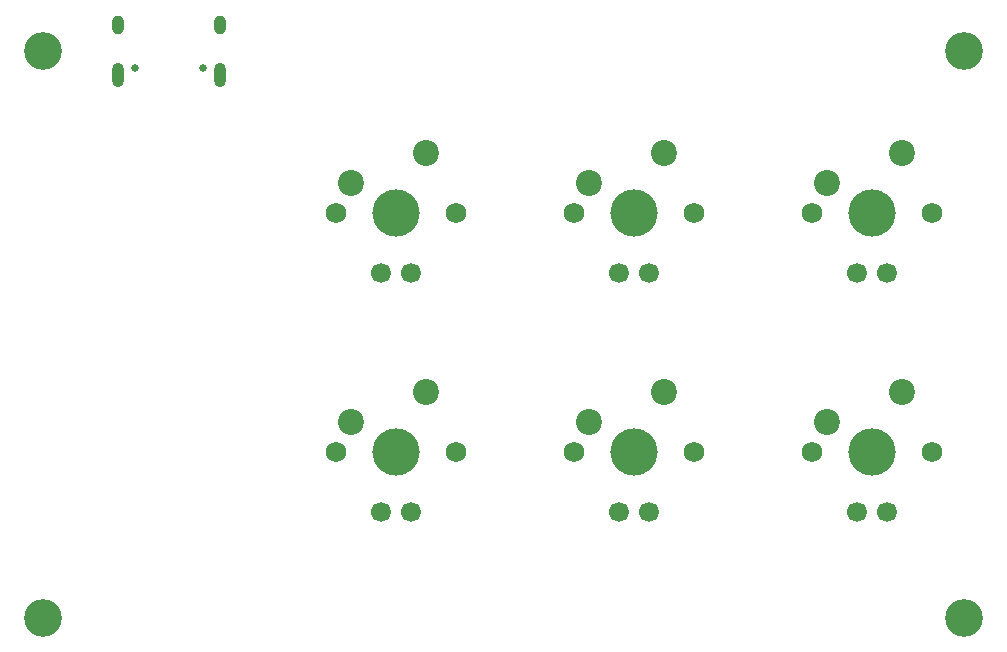
<source format=gbr>
%TF.GenerationSoftware,KiCad,Pcbnew,5.1.10*%
%TF.CreationDate,2021-10-11T19:57:22-04:00*%
%TF.ProjectId,6_key_macro,365f6b65-795f-46d6-9163-726f2e6b6963,rev?*%
%TF.SameCoordinates,Original*%
%TF.FileFunction,Soldermask,Bot*%
%TF.FilePolarity,Negative*%
%FSLAX46Y46*%
G04 Gerber Fmt 4.6, Leading zero omitted, Abs format (unit mm)*
G04 Created by KiCad (PCBNEW 5.1.10) date 2021-10-11 19:57:22*
%MOMM*%
%LPD*%
G01*
G04 APERTURE LIST*
%ADD10C,1.690600*%
%ADD11C,2.200000*%
%ADD12C,1.750000*%
%ADD13C,4.000000*%
%ADD14C,3.200000*%
%ADD15O,1.000000X2.100000*%
%ADD16C,0.650000*%
%ADD17O,1.000000X1.600000*%
G04 APERTURE END LIST*
D10*
%TO.C,SW4*%
X110805000Y-157525000D03*
X108265000Y-157525000D03*
D11*
X112075000Y-147365000D03*
X105725000Y-149905000D03*
D12*
X114615000Y-152445000D03*
X104455000Y-152445000D03*
D13*
X109535000Y-152445000D03*
%TD*%
D10*
%TO.C,SW3*%
X110805000Y-137355000D03*
X108265000Y-137355000D03*
D11*
X112075000Y-127195000D03*
X105725000Y-129735000D03*
D12*
X114615000Y-132275000D03*
X104455000Y-132275000D03*
D13*
X109535000Y-132275000D03*
%TD*%
D10*
%TO.C,SW5*%
X130975000Y-137355000D03*
X128435000Y-137355000D03*
D11*
X132245000Y-127195000D03*
X125895000Y-129735000D03*
D12*
X134785000Y-132275000D03*
X124625000Y-132275000D03*
D13*
X129705000Y-132275000D03*
%TD*%
D10*
%TO.C,SW6*%
X130975000Y-157525000D03*
X128435000Y-157525000D03*
D11*
X132245000Y-147365000D03*
X125895000Y-149905000D03*
D12*
X134785000Y-152445000D03*
X124625000Y-152445000D03*
D13*
X129705000Y-152445000D03*
%TD*%
D10*
%TO.C,SW2*%
X90635000Y-157525000D03*
X88095000Y-157525000D03*
D11*
X91905000Y-147365000D03*
X85555000Y-149905000D03*
D12*
X94445000Y-152445000D03*
X84285000Y-152445000D03*
D13*
X89365000Y-152445000D03*
%TD*%
D10*
%TO.C,SW1*%
X90635000Y-137355000D03*
X88095000Y-137355000D03*
D11*
X91905000Y-127195000D03*
X85555000Y-129735000D03*
D12*
X94445000Y-132275000D03*
X84285000Y-132275000D03*
D13*
X89365000Y-132275000D03*
%TD*%
D14*
%TO.C,H4*%
X59500000Y-118500000D03*
%TD*%
%TO.C,H3*%
X137500000Y-166500000D03*
%TD*%
%TO.C,H2*%
X59500000Y-166500000D03*
%TD*%
%TO.C,H1*%
X137500000Y-118500000D03*
%TD*%
D15*
%TO.C,P1*%
X65880000Y-120530000D03*
X74520000Y-120530000D03*
D16*
X73090000Y-120000000D03*
D17*
X74520000Y-116350000D03*
D16*
X67310000Y-120000000D03*
D17*
X65880000Y-116350000D03*
%TD*%
M02*

</source>
